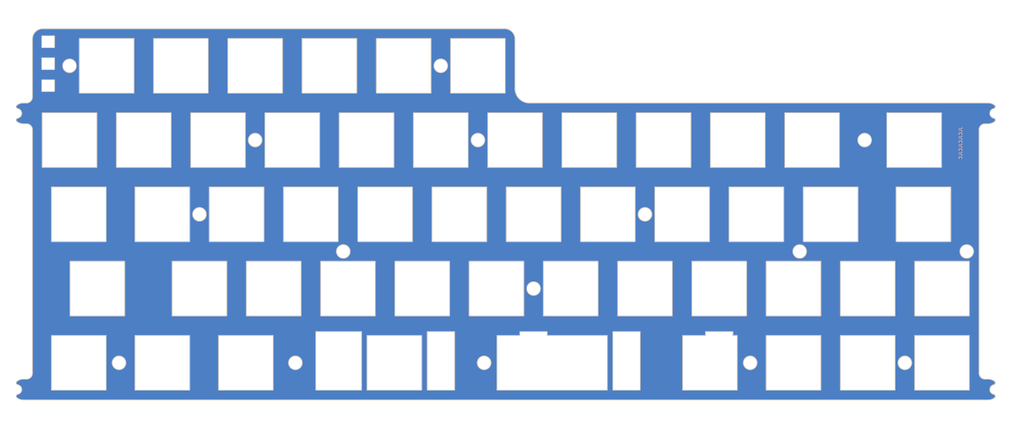
<source format=kicad_pcb>
(kicad_pcb (version 20240108) (generator "pcbnew") (generator_version "8.0")
  (layers (0 "F.Cu" signal) (31 "B.Cu" signal) (34 "B.Paste" user) (35 "F.Paste" user) (36 "B.SilkS" user "B.Silkscreen") (37 "F.SilkS" user "F.Silkscreen") (38 "B.Mask" user) (39 "F.Mask" user) (44 "Edge.Cuts" user))
  (net 0 "")
  (net 1 "GND")
  (gr_line (start 67.6125 48.275) (end 81.6125 48.275) (stroke (width 0.2)) (layer "Edge.Cuts"))
  (gr_line (start 91.425 67.325) (end 105.425 67.325) (stroke (width 0.2)) (layer "Edge.Cuts"))
  (gr_arc (start 273.842447 36.536396) (mid 273.068232 36.955194) (end 272.2 37.1) (stroke (width 0.2)) (layer "Edge.Cuts"))
  (gr_line (start 246.20625 34.275) (end 246.20625 48.275) (stroke (width 0.2)) (layer "Edge.Cuts"))
  (gr_line (start 260.20625 48.275) (end 260.20625 34.275) (stroke (width 0.2)) (layer "Edge.Cuts"))
  (gr_line (start 105.425 67.325) (end 105.425 53.325) (stroke (width 0.2)) (layer "Edge.Cuts"))
  (gr_arc (start 273.842447 32.313604) (mid 274.021878 32.823626) (end 273.632463 33.198755) (stroke (width 0.2)) (layer "Edge.Cuts"))
  (gr_line (start 53.0375 15.225) (end 53.0375 29.225) (stroke (width 0.2)) (layer "Edge.Cuts"))
  (gr_line (start 88.75625 91.425) (end 74.75625 91.425) (stroke (width 0.2)) (layer "Edge.Cuts"))
  (gr_arc (start 273.842447 107.386396) (mid 273.068232 107.805194) (end 272.2 107.95) (stroke (width 0.2)) (layer "Edge.Cuts"))
  (gr_line (start 246.20625 48.275) (end 260.20625 48.275) (stroke (width 0.2)) (layer "Edge.Cuts"))
  (gr_line (start 100.95 86.375) (end 114.95 86.375) (stroke (width 0.2)) (layer "Edge.Cuts"))
  (gr_line (start 152.04325 91.425) (end 146.19375 91.425) (stroke (width 0.2)) (layer "Edge.Cuts"))
  (gr_line (start 126.85625 105.425) (end 126.85625 91.425) (stroke (width 0.2)) (layer "Edge.Cuts"))
  (gr_line (start 100.6625 34.275) (end 86.6625 34.275) (stroke (width 0.2)) (layer "Edge.Cuts"))
  (gr_line (start 31.89375 67.325) (end 45.89375 67.325) (stroke (width 0.2)) (layer "Edge.Cuts"))
  (gr_arc (start 148.1375 12.7) (mid 150.029011 13.483489) (end 150.8125 15.375) (stroke (width 0.2)) (layer "Edge.Cuts"))
  (gr_line (start 105.7125 34.275) (end 105.7125 48.275) (stroke (width 0.2)) (layer "Edge.Cuts"))
  (gr_line (start 159.04325 91.425) (end 159.04325 90.425) (stroke (width 0.2)) (layer "Edge.Cuts"))
  (gr_line (start 134.2875 15.225) (end 148.2875 15.225) (stroke (width 0.2)) (layer "Edge.Cuts"))
  (gr_line (start 215.25 72.375) (end 215.25 86.375) (stroke (width 0.2)) (layer "Edge.Cuts"))
  (gr_line (start 148.2875 29.225) (end 134.2875 29.225) (stroke (width 0.2)) (layer "Edge.Cuts"))
  (gr_arc (start 23.020053 103.163604) (mid 23.794269 102.744814) (end 24.6625 102.6) (stroke (width 0.2)) (layer "Edge.Cuts"))
  (gr_arc (start 23.230037 33.198755) (mid 24.2375 34.425) (end 23.230037 35.651245) (stroke (width 0.2)) (layer "Edge.Cuts"))
  (gr_line (start 31.89375 53.325) (end 31.89375 67.325) (stroke (width 0.2)) (layer "Edge.Cuts"))
  (gr_line (start 58.0875 15.225) (end 72.0875 15.225) (stroke (width 0.2)) (layer "Edge.Cuts"))
  (gr_line (start 105.425 53.325) (end 91.425 53.325) (stroke (width 0.2)) (layer "Edge.Cuts"))
  (gr_line (start 181.625 53.325) (end 167.625 53.325) (stroke (width 0.2)) (layer "Edge.Cuts"))
  (gr_line (start 111.41825 105.425) (end 99.69375 105.425) (stroke (width 0.2)) (layer "Edge.Cuts"))
  (gr_line (start 271.375 37.1) (end 272.2 37.1) (stroke (width 0.2)) (layer "Edge.Cuts"))
  (gr_line (start 43.5125 34.275) (end 29.5125 34.275) (stroke (width 0.2)) (layer "Edge.Cuts"))
  (gr_line (start 176.8625 48.275) (end 176.8625 34.275) (stroke (width 0.2)) (layer "Edge.Cuts"))
  (gr_line (start 88.75625 105.425) (end 88.75625 91.425) (stroke (width 0.2)) (layer "Edge.Cuts"))
  (gr_arc (start 23.230037 104.048755) (mid 22.840585 103.673662) (end 23.020053 103.163604) (stroke (width 0.2)) (layer "Edge.Cuts"))
  (gr_rect (start 29.374428 25.794716) (end 32.650572 28.802786) (stroke (width 0.1)) (fill none) (layer "Edge.Cuts"))
  (gr_line (start 114.95 86.375) (end 114.95 72.375) (stroke (width 0.2)) (layer "Edge.Cuts"))
  (gr_line (start 267.35 105.425) (end 267.35 91.425) (stroke (width 0.2)) (layer "Edge.Cuts"))
  (gr_arc (start 271.375 102.6) (mid 270.31434 102.16066) (end 269.875 101.1) (stroke (width 0.2)) (layer "Edge.Cuts"))
  (gr_line (start 248.3 72.375) (end 234.3 72.375) (stroke (width 0.2)) (layer "Edge.Cuts"))
  (gr_arc (start 273.632463 35.651245) (mid 274.021957 36.026355) (end 273.842447 36.536396) (stroke (width 0.2)) (layer "Edge.Cuts"))
  (gr_line (start 72.375 53.325) (end 72.375 67.325) (stroke (width 0.2)) (layer "Edge.Cuts"))
  (gr_line (start 86.6625 34.275) (end 86.6625 48.275) (stroke (width 0.2)) (layer "Edge.Cuts"))
  (gr_line (start 200.675 53.325) (end 186.675 53.325) (stroke (width 0.2)) (layer "Edge.Cuts"))
  (gr_line (start 159.04325 90.425) (end 152.04325 90.425) (stroke (width 0.2)) (layer "Edge.Cuts"))
  (gr_circle (center 266.7 69.85) (end 264.95 69.85) (stroke (width 0.2)) (fill none) (layer "Edge.Cuts"))
  (gr_line (start 53.325 53.325) (end 53.325 67.325) (stroke (width 0.2)) (layer "Edge.Cuts"))
  (gr_line (start 174.48125 105.425) (end 174.48125 91.425) (stroke (width 0.2)) (layer "Edge.Cuts"))
  (gr_arc (start 273.632463 106.501245) (mid 274.021957 106.876355) (end 273.842447 107.386396) (stroke (width 0.2)) (layer "Edge.Cuts"))
  (gr_line (start 124.475 53.325) (end 110.475 53.325) (stroke (width 0.2)) (layer "Edge.Cuts"))
  (gr_line (start 26.9875 38.6) (end 26.9875 101.1) (stroke (width 0.2)) (layer "Edge.Cuts"))
  (gr_line (start 128.29425 90.425) (end 128.29425 105.425) (stroke (width 0.2)) (layer "Edge.Cuts"))
  (gr_line (start 95.9 72.375) (end 81.9 72.375) (stroke (width 0.2)) (layer "Edge.Cuts"))
  (gr_line (start 167.625 67.325) (end 181.625 67.325) (stroke (width 0.2)) (layer "Edge.Cuts"))
  (gr_line (start 110.1875 29.225) (end 96.1875 29.225) (stroke (width 0.2)) (layer "Edge.Cuts"))
  (gr_line (start 74.75625 91.425) (end 74.75625 105.425) (stroke (width 0.2)) (layer "Edge.Cuts"))
  (gr_line (start 67.325 105.425) (end 53.325 105.425) (stroke (width 0.2)) (layer "Edge.Cuts"))
  (gr_line (start 267.35 105.425) (end 253.35 105.425) (stroke (width 0.2)) (layer "Edge.Cuts"))
  (gr_arc (start 154.4875 31.75) (mid 151.888883 30.673617) (end 150.8125 28.075) (stroke (width 0.2)) (layer "Edge.Cuts"))
  (gr_line (start 100.6625 48.275) (end 100.6625 34.275) (stroke (width 0.2)) (layer "Edge.Cuts"))
  (gr_line (start 272.2 31.75) (end 154.4875 31.75) (stroke (width 0.2)) (layer "Edge.Cuts"))
  (gr_line (start 248.5875 67.325) (end 262.5875 67.325) (stroke (width 0.2)) (layer "Edge.Cuts"))
  (gr_line (start 224.775 67.325) (end 238.775 67.325) (stroke (width 0.2)) (layer "Edge.Cuts"))
  (gr_line (start 200.9625 48.275) (end 214.9625 48.275) (stroke (width 0.2)) (layer "Edge.Cuts"))
  (gr_line (start 207.81875 105.425) (end 193.81875 105.425) (stroke (width 0.2)) (layer "Edge.Cuts"))
  (gr_circle (center 106.744954 69.85) (end 108.494954 69.85) (stroke (width 0.2)) (fill none) (layer "Edge.Cuts"))
  (gr_line (start 62.5625 48.275) (end 62.5625 34.275) (stroke (width 0.2)) (layer "Edge.Cuts"))
  (gr_line (start 67.325 91.425) (end 53.325 91.425) (stroke (width 0.2)) (layer "Edge.Cuts"))
  (gr_line (start 86.375 53.325) (end 72.375 53.325) (stroke (width 0.2)) (layer "Edge.Cuts"))
  (gr_line (start 143.8125 48.275) (end 157.8125 48.275) (stroke (width 0.2)) (layer "Edge.Cuts"))
  (gr_circle (center 69.85 60.325) (end 68.1 60.325) (stroke (width 0.2)) (fill none) (layer "Edge.Cuts"))
  (gr_line (start 48.5625 34.275) (end 48.5625 48.275) (stroke (width 0.2)) (layer "Edge.Cuts"))
  (gr_line (start 100.95 72.375) (end 114.95 72.375) (stroke (width 0.2)) (layer "Edge.Cuts"))
  (gr_circle (center 240.50625 41.275) (end 238.75625 41.275) (stroke (width 0.2)) (fill none) (layer "Edge.Cuts"))
  (gr_line (start 229.25 72.375) (end 215.25 72.375) (stroke (width 0.2)) (layer "Edge.Cuts"))
  (gr_line (start 210.2 72.375) (end 196.2 72.375) (stroke (width 0.2)) (layer "Edge.Cuts"))
  (gr_line (start 39.0375 29.225) (end 39.0375 15.225) (stroke (width 0.2)) (layer "Edge.Cuts"))
  (gr_line (start 86.375 67.325) (end 86.375 53.325) (stroke (width 0.2)) (layer "Edge.Cuts"))
  (gr_line (start 220.0125 34.275) (end 220.0125 48.275) (stroke (width 0.2)) (layer "Edge.Cuts"))
  (gr_line (start 115.2375 15.225) (end 129.2375 15.225) (stroke (width 0.2)) (layer "Edge.Cuts"))
  (gr_line (start 262.5875 53.325) (end 248.5875 53.325) (stroke (width 0.2)) (layer "Edge.Cuts"))
  (gr_arc (start 272.2 102.6) (mid 273.068232 102.744817) (end 273.842447 103.163604) (stroke (width 0.2)) (layer "Edge.Cuts"))
  (gr_line (start 219.725 53.325) (end 205.725 53.325) (stroke (width 0.2)) (layer "Edge.Cuts"))
  (gr_line (start 248.3 105.425) (end 234.3 105.425) (stroke (width 0.2)) (layer "Edge.Cuts"))
  (gr_line (start 182.91925 90.425) (end 175.91925 90.425) (stroke (width 0.2)) (layer "Edge.Cuts"))
  (gr_line (start 158.1 72.375) (end 158.1 86.375) (stroke (width 0.2)) (layer "Edge.Cuts"))
  (gr_line (start 110.1875 15.225) (end 110.1875 29.225) (stroke (width 0.2)) (layer "Edge.Cuts"))
  (gr_line (start 81.6125 34.275) (end 67.6125 34.275) (stroke (width 0.2)) (layer "Edge.Cuts"))
  (gr_line (start 138.7625 48.275) (end 138.7625 34.275) (stroke (width 0.2)) (layer "Edge.Cuts"))
  (gr_line (start 214.9625 48.275) (end 214.9625 34.275) (stroke (width 0.2)) (layer "Edge.Cuts"))
  (gr_line (start 186.675 67.325) (end 200.675 67.325) (stroke (width 0.2)) (layer "Edge.Cuts"))
  (gr_line (start 67.325 105.425) (end 67.325 91.425) (stroke (width 0.2)) (layer "Edge.Cuts"))
  (gr_line (start 100.95 72.375) (end 100.95 86.375) (stroke (width 0.2)) (layer "Edge.Cuts"))
  (gr_line (start 111.41825 90.425) (end 99.69375 90.425) (stroke (width 0.2)) (layer "Edge.Cuts"))
  (gr_line (start 53.325 67.325) (end 67.325 67.325) (stroke (width 0.2)) (layer "Edge.Cuts"))
  (gr_line (start 238.775 67.325) (end 238.775 53.325) (stroke (width 0.2)) (layer "Edge.Cuts"))
  (gr_line (start 77.1375 15.225) (end 91.1375 15.225) (stroke (width 0.2)) (layer "Edge.Cuts"))
  (gr_line (start 234.0125 34.275) (end 220.0125 34.275) (stroke (width 0.2)) (layer "Edge.Cuts"))
  (gr_line (start 129.525 67.325) (end 143.525 67.325) (stroke (width 0.2)) (layer "Edge.Cuts"))
  (gr_line (start 77.1375 29.225) (end 77.1375 15.225) (stroke (width 0.2)) (layer "Edge.Cuts"))
  (gr_line (start 229.25 105.425) (end 215.25 105.425) (stroke (width 0.2)) (layer "Edge.Cuts"))
  (gr_line (start 177.15 86.375) (end 191.15 86.375) (stroke (width 0.2)) (layer "Edge.Cuts"))
  (gr_line (start 191.15 86.375) (end 191.15 72.375) (stroke (width 0.2)) (layer "Edge.Cuts"))
  (gr_line (start 36.65625 86.375) (end 50.65625 86.375) (stroke (width 0.2)) (layer "Edge.Cuts"))
  (gr_arc (start 26.9875 15.375) (mid 27.770989 13.483489) (end 29.6625 12.7) (stroke (width 0.2)) (layer "Edge.Cuts"))
  (gr_line (start 205.725 67.325) (end 219.725 67.325) (stroke (width 0.2)) (layer "Edge.Cuts"))
  (gr_line (start 219.725 67.325) (end 219.725 53.325) (stroke (width 0.2)) (layer "Edge.Cuts"))
  (gr_line (start 124.7625 48.275) (end 138.7625 48.275) (stroke (width 0.2)) (layer "Edge.Cuts"))
  (gr_line (start 199.69375 90.425) (end 199.69375 91.425) (stroke (width 0.2)) (layer "Edge.Cuts"))
  (gr_line (start 119.7125 48.275) (end 119.7125 34.275) (stroke (width 0.2)) (layer "Edge.Cuts"))
  (gr_line (start 76.85 72.375) (end 62.85 72.375) (stroke (width 0.2)) (layer "Edge.Cuts"))
  (gr_arc (start 269.875 38.6) (mid 270.314369 37.539369) (end 271.375 37.1) (stroke (width 0.2)) (layer "Edge.Cuts"))
  (gr_line (start 162.8625 48.275) (end 176.8625 48.275) (stroke (width 0.2)) (layer "Edge.Cuts"))
  (gr_line (start 26.9875 15.375) (end 26.9875 30.25) (stroke (width 0.2)) (layer "Edge.Cuts"))
  (gr_line (start 253.35 72.375) (end 253.35 86.375) (stroke (width 0.2)) (layer "Edge.Cuts"))
  (gr_line (start 234.3 72.375) (end 234.3 86.375) (stroke (width 0.2)) (layer "Edge.Cuts"))
  (gr_line (start 88.75625 105.425) (end 74.75625 105.425) (stroke (width 0.2)) (layer "Edge.Cuts"))
  (gr_line (start 50.65625 72.375) (end 36.65625 72.375) (stroke (width 0.2)) (layer "Edge.Cuts"))
  (gr_circle (center 184.15 60.325) (end 182.4 60.325) (stroke (width 0.2)) (fill none) (layer "Edge.Cuts"))
  (gr_line (start 110.475 67.325) (end 124.475 67.325) (stroke (width 0.2)) (layer "Edge.Cuts"))
  (gr_line (start 248.5875 53.325) (end 248.5875 67.325) (stroke (width 0.2)) (layer "Edge.Cuts"))
  (gr_line (start 81.6125 48.275) (end 81.6125 34.275) (stroke (width 0.2)) (layer "Edge.Cuts"))
  (gr_line (start 72.0875 29.225) (end 58.0875 29.225) (stroke (width 0.2)) (layer "Edge.Cuts"))
  (gr_line (start 138.7625 34.275) (end 124.7625 34.275) (stroke (width 0.2)) (layer "Edge.Cuts"))
  (gr_line (start 162.575 53.325) (end 148.575 53.325) (stroke (width 0.2)) (layer "Edge.Cuts"))
  (gr_line (start 196.2 86.375) (end 210.2 86.375) (stroke (width 0.2)) (layer "Edge.Cuts"))
  (gr_line (start 176.8625 34.275) (end 162.8625 34.275) (stroke (width 0.2)) (layer "Edge.Cuts"))
  (gr_line (start 234.3 86.375) (end 248.3 86.375) (stroke (width 0.2)) (layer "Edge.Cuts"))
  (gr_line (start 205.725 53.325) (end 205.725 67.325) (stroke (width 0.2)) (layer "Edge.Cuts"))
  (gr_line (start 269.875 101.1) (end 269.875 38.6) (stroke (width 0.2)) (layer "Edge.Cuts"))
  (gr_circle (center 223.8375 69.85) (end 222.0875 69.85) (stroke (width 0.2)) (fill none) (layer "Edge.Cuts"))
  (gr_rect (start 29.374428 14.529716) (end 32.650569 17.537786) (stroke (width 0.1)) (fill none) (layer "Edge.Cuts"))
  (gr_line (start 58.0875 29.225) (end 58.0875 15.225) (stroke (width 0.2)) (layer "Edge.Cuts"))
  (gr_line (start 62.85 72.375) (end 62.85 86.375) (stroke (width 0.2)) (layer "Edge.Cuts"))
  (gr_line (start 248.3 86.375) (end 248.3 72.375) (stroke (width 0.2)) (layer "Edge.Cuts"))
  (gr_line (start 25.4875 31.75) (end 24.6625 31.75) (stroke (width 0.2)) (layer "Edge.Cuts"))
  (gr_line (start 193.81875 91.425) (end 193.81875 105.425) (stroke (width 0.2)) (layer "Edge.Cuts"))
  (gr_arc (start 273.632463 35.651245) (mid 272.624919 34.425) (end 273.632463 33.198755) (stroke (width 0.2)) (layer "Edge.Cuts"))
  (gr_line (start 134 86.375) (end 134 72.375) (stroke (width 0.2)) (layer "Edge.Cuts"))
  (gr_line (start 124.475 67.325) (end 124.475 53.325) (stroke (width 0.2)) (layer "Edge.Cuts"))
  (gr_arc (start 26.9875 30.25) (mid 26.54816 31.31066) (end 25.4875 31.75) (stroke (width 0.2)) (layer "Edge.Cuts"))
  (gr_arc (start 25.4875 37.1) (mid 26.54817 37.53933) (end 26.9875 38.6) (stroke (width 0.2)) (layer "Edge.Cuts"))
  (gr_rect (start 29.368749 20.162216) (end 32.650571 23.170286) (stroke (width 0.1)) (fill none) (layer "Edge.Cuts"))
  (gr_circle (center 94.45625 98.425) (end 92.70625 98.425) (stroke (width 0.2)) (fill none) (layer "Edge.Cuts"))
  (gr_line (start 253.35 86.375) (end 267.35 86.375) (stroke (width 0.2)) (layer "Edge.Cuts"))
  (gr_line (start 129.525 53.325) (end 129.525 67.325) (stroke (width 0.2)) (layer "Edge.Cuts"))
  (gr_line (start 53.0375 29.225) (end 39.0375 29.225) (stroke (width 0.2)) (layer "Edge.Cuts"))
  (gr_line (start 96.1875 15.225) (end 110.1875 15.225) (stroke (width 0.2)) (layer "Edge.Cuts"))
  (gr_line (start 167.625 53.325) (end 167.625 67.325) (stroke (width 0.2)) (layer "Edge.Cuts"))
  (gr_line (start 53.325 91.425) (end 53.325 105.425) (stroke (width 0.2)) (layer "Edge.Cuts"))
  (gr_line (start 210.2 86.375) (end 210.2 72.375) (stroke (width 0.2)) (layer "Edge.Cuts"))
  (gr_line (start 182.91925 105.425) (end 182.91925 90.425) (stroke (width 0.2)) (layer "Edge.Cuts"))
  (gr_line (start 148.575 67.325) (end 162.575 67.325) (stroke (width 0.2)) (layer "Edge.Cuts"))
  (gr_line (start 72.375 67.325) (end 86.375 67.325) (stroke (width 0.2)) (layer "Edge.Cuts"))
  (gr_line (start 175.91925 90.425) (end 175.91925 105.425) (stroke (width 0.2)) (layer "Edge.Cuts"))
  (gr_line (start 174.48125 91.425) (end 159.04325 91.425) (stroke (width 0.2)) (layer "Edge.Cuts"))
  (gr_line (start 214.9625 34.275) (end 200.9625 34.275) (stroke (width 0.2)) (layer "Edge.Cuts"))
  (gr_line (start 267.35 72.375) (end 253.35 72.375) (stroke (width 0.2)) (layer "Edge.Cuts"))
  (gr_arc (start 23.020053 36.536396) (mid 22.840543 36.026328) (end 23.230037 35.651245) (stroke (width 0.2)) (layer "Edge.Cuts"))
  (gr_arc (start 23.020053 107.386396) (mid 22.840543 106.876328) (end 23.230037 106.501245) (stroke (width 0.2)) (layer "Edge.Cuts"))
  (gr_line (start 91.425 53.325) (end 91.425 67.325) (stroke (width 0.2)) (layer "Edge.Cuts"))
  (gr_line (start 45.89375 105.425) (end 45.89375 91.425) (stroke (width 0.2)) (layer "Edge.Cuts"))
  (gr_line (start 224.775 53.325) (end 224.775 67.325) (stroke (width 0.2)) (layer "Edge.Cuts"))
  (gr_line (start 272.2 102.6) (end 271.375 102.6) (stroke (width 0.2)) (layer "Edge.Cuts"))
  (gr_line (start 248.3 91.425) (end 234.3 91.425) (stroke (width 0.2)) (layer "Edge.Cuts"))
  (gr_line (start 148.1375 12.7) (end 29.6625 12.7) (stroke (width 0.2)) (layer "Edge.Cuts"))
  (gr_line (start 191.15 72.375) (end 177.15 72.375) (stroke (width 0.2)) (layer "Edge.Cuts"))
  (gr_circle (center 141.2875 41.275) (end 139.5375 41.275) (stroke (width 0.2)) (fill none) (layer "Edge.Cuts"))
  (gr_line (start 200.675 67.325) (end 200.675 53.325) (stroke (width 0.2)) (layer "Edge.Cuts"))
  (gr_line (start 112.85625 91.425) (end 112.85625 105.425) (stroke (width 0.2)) (layer "Edge.Cuts"))
  (gr_line (start 150.8125 28.075) (end 150.8125 15.375) (stroke (width 0.2)) (layer "Edge.Cuts"))
  (gr_arc (start 23.230037 104.048755) (mid 24.2375 105.275) (end 23.230037 106.501245) (stroke (width 0.2)) (layer "Edge.Cuts"))
  (gr_line (start 229.25 91.425) (end 215.25 91.425) (stroke (width 0.2)) (layer "Edge.Cuts"))
  (gr_line (start 24.6625 107.95) (end 272.2 107.95) (stroke (width 0.2)) (layer "Edge.Cuts"))
  (gr_arc (start 24.6625 107.95) (mid 23.794273 107.805176) (end 23.020053 107.386396) (stroke (width 0.2)) (layer "Edge.Cuts"))
  (gr_line (start 262.5875 67.325) (end 262.5875 53.325) (stroke (width 0.2)) (layer "Edge.Cuts"))
  (gr_line (start 172.1 86.375) (end 172.1 72.375) (stroke (width 0.2)) (layer "Edge.Cuts"))
  (gr_line (start 220.0125 48.275) (end 234.0125 48.275) (stroke (width 0.2)) (layer "Edge.Cuts"))
  (gr_line (start 206.69375 91.425) (end 206.69375 90.425) (stroke (width 0.2)) (layer "Edge.Cuts"))
  (gr_circle (center 36.5125 22.225) (end 34.7625 22.225) (stroke (width 0.2)) (fill none) (layer "Edge.Cuts"))
  (gr_line (start 111.41825 105.425) (end 111.41825 90.425) (stroke (width 0.2)) (layer "Edge.Cuts"))
  (gr_line (start 126.85625 105.425) (end 112.85625 105.425) (stroke (width 0.2)) (layer "Edge.Cuts"))
  (gr_line (start 76.85 86.375) (end 76.85 72.375) (stroke (width 0.2)) (layer "Edge.Cuts"))
  (gr_line (start 181.625 67.325) (end 181.625 53.325) (stroke (width 0.2)) (layer "Edge.Cuts"))
  (gr_line (start 260.20625 34.275) (end 246.20625 34.275) (stroke (width 0.2)) (layer "Edge.Cuts"))
  (gr_line (start 172.1 72.375) (end 158.1 72.375) (stroke (width 0.2)) (layer "Edge.Cuts"))
  (gr_line (start 143.525 67.325) (end 143.525 53.325) (stroke (width 0.2)) (layer "Edge.Cuts"))
  (gr_line (start 43.5125 48.275) (end 43.5125 34.275) (stroke (width 0.2)) (layer "Edge.Cuts"))
  (gr_line (start 45.89375 91.425) (end 31.89375 91.425) (stroke (width 0.2)) (layer "Edge.Cuts"))
  (gr_line (start 238.775 53.325) (end 224.775 53.325) (stroke (width 0.2)) (layer "Edge.Cuts"))
  (gr_line (start 206.69375 90.425) (end 199.69375 90.425) (stroke (width 0.2)) (layer "Edge.Cuts"))
  (gr_line (start 215.25 91.425) (end 215.25 105.425) (stroke (width 0.2)) (layer "Edge.Cuts"))
  (gr_line (start 81.9 72.375) (end 81.9 86.375) (stroke (width 0.2)) (layer "Edge.Cuts"))
  (gr_line (start 86.6625 48.275) (end 100.6625 48.275) (stroke (width 0.2)) (layer "Edge.Cuts"))
  (gr_line (start 174.48125 105.425) (end 146.19375 105.425) (stroke (width 0.2)) (layer "Edge.Cuts"))
  (gr_line (start 143.8125 34.275) (end 143.8125 48.275) (stroke (width 0.2)) (layer "Edge.Cuts"))
  (gr_line (start 91.1375 29.225) (end 91.1375 15.225) (stroke (width 0.2)) (layer "Edge.Cuts"))
  (gr_line (start 148.575 53.325) (end 148.575 67.325) (stroke (width 0.2)) (layer "Edge.Cuts"))
  (gr_line (start 50.65625 86.375) (end 50.65625 72.375) (stroke (width 0.2)) (layer "Edge.Cuts"))
  (gr_line (start 215.25 86.375) (end 229.25 86.375) (stroke (width 0.2)) (layer "Edge.Cuts"))
  (gr_line (start 120 72.375) (end 120 86.375) (stroke (width 0.2)) (layer "Edge.Cuts"))
  (gr_line (start 45.89375 67.325) (end 45.89375 53.325) (stroke (width 0.2)) (layer "Edge.Cuts"))
  (gr_line (start 267.35 86.375) (end 267.35 72.375) (stroke (width 0.2)) (layer "Edge.Cuts"))
  (gr_arc (start 24.6625 37.1) (mid 23.794273 36.955176) (end 23.020053 36.536396) (stroke (width 0.2)) (layer "Edge.Cuts"))
  (gr_circle (center 155.575 79.375) (end 153.825 79.375) (stroke (width 0.2)) (fill none) (layer "Edge.Cuts"))
  (gr_line (start 196.2 72.375) (end 196.2 86.375) (stroke (width 0.2)) (layer "Edge.Cuts"))
  (gr_line (start 25.4875 102.6) (end 24.6625 102.6) (stroke (width 0.2)) (layer "Edge.Cuts"))
  (gr_line (start 234.0125 48.275) (end 234.0125 34.275) (stroke (width 0.2)) (layer "Edge.Cuts"))
  (gr_line (start 139.05 86.375) (end 153.05 86.375) (stroke (width 0.2)) (layer "Edge.Cuts"))
  (gr_line (start 72.0875 15.225) (end 72.0875 29.225) (stroke (width 0.2)) (layer "Edge.Cuts"))
  (gr_circle (center 250.825 98.425) (end 249.075 98.425) (stroke (width 0.2)) (fill none) (layer "Edge.Cuts"))
  (gr_line (start 229.25 105.425) (end 229.25 91.425) (stroke (width 0.2)) (layer "Edge.Cuts"))
  (gr_line (start 200.9625 34.275) (end 200.9625 48.275) (stroke (width 0.2)) (layer "Edge.Cuts"))
  (gr_line (start 181.9125 48.275) (end 195.9125 48.275) (stroke (width 0.2)) (layer "Edge.Cuts"))
  (gr_line (start 129.2375 15.225) (end 129.2375 29.225) (stroke (width 0.2)) (layer "Edge.Cuts"))
  (gr_line (start 95.9 86.375) (end 95.9 72.375) (stroke (width 0.2)) (layer "Edge.Cuts"))
  (gr_line (start 181.9125 34.275) (end 181.9125 48.275) (stroke (width 0.2)) (layer "Edge.Cuts"))
  (gr_arc (start 23.230037 33.198755) (mid 22.840585 32.823662) (end 23.020053 32.313604) (stroke (width 0.2)) (layer "Edge.Cuts"))
  (gr_line (start 105.7125 48.275) (end 119.7125 48.275) (stroke (width 0.2)) (layer "Edge.Cuts"))
  (gr_line (start 182.91925 105.425) (end 175.91925 105.425) (stroke (width 0.2)) (layer "Edge.Cuts"))
  (gr_line (start 158.1 86.375) (end 172.1 86.375) (stroke (width 0.2)) (layer "Edge.Cuts"))
  (gr_line (start 207.81875 91.425) (end 206.69375 91.425) (stroke (width 0.2)) (layer "Edge.Cuts"))
  (gr_line (start 135.29425 105.425) (end 128.29425 105.425) (stroke (width 0.2)) (layer "Edge.Cuts"))
  (gr_line (start 162.8625 34.275) (end 162.8625 48.275) (stroke (width 0.2)) (layer "Edge.Cuts"))
  (gr_circle (center 49.2125 98.425) (end 47.4625 98.425) (stroke (width 0.2)) (fill none) (layer "Edge.Cuts"))
  (gr_arc (start 273.632463 106.501245) (mid 272.624919 105.275) (end 273.632463 104.048755) (stroke (width 0.2)) (layer "Edge.Cuts"))
  (gr_line (start 148.2875 15.225) (end 148.2875 29.225) (stroke (width 0.2)) (layer "Edge.Cuts"))
  (gr_line (start 119.7125 34.275) (end 105.7125 34.275) (stroke (width 0.2)) (layer "Edge.Cuts"))
  (gr_line (start 62.5625 34.275) (end 48.5625 34.275) (stroke (width 0.2)) (layer "Edge.Cuts"))
  (gr_line (start 267.35 91.425) (end 253.35 91.425) (stroke (width 0.2)) (layer "Edge.Cuts"))
  (gr_line (start 67.325 53.325) (end 53.325 53.325) (stroke (width 0.2)) (layer "Edge.Cuts"))
  (gr_arc (start 273.842447 103.163604) (mid 274.021878 103.673626) (end 273.632463 104.048755) (stroke (width 0.2)) (layer "Edge.Cuts"))
  (gr_line (start 99.69375 90.425) (end 99.69375 105.425) (stroke (width 0.2)) (layer "Edge.Cuts"))
  (gr_line (start 195.9125 34.275) (end 181.9125 34.275) (stroke (width 0.2)) (layer "Edge.Cuts"))
  (gr_line (start 48.5625 48.275) (end 62.5625 48.275) (stroke (width 0.2)) (layer "Edge.Cuts"))
  (gr_arc (start 272.2 31.75) (mid 273.068232 31.894817) (end 273.842447 32.313604) (stroke (width 0.2)) (layer "Edge.Cuts"))
  (gr_line (start 39.0375 15.225) (end 53.0375 15.225) (stroke (width 0.2)) (layer "Edge.Cuts"))
  (gr_line (start 62.85 86.375) (end 76.85 86.375) (stroke (width 0.2)) (layer "Edge.Cuts"))
  (gr_line (start 153.05 72.375) (end 139.05 72.375) (stroke (width 0.2)) (layer "Edge.Cuts"))
  (gr_line (start 45.89375 105.425) (end 31.89375 105.425) (stroke (width 0.2)) (layer "Edge.Cuts"))
  (gr_line (start 195.9125 48.275) (end 195.9125 34.275) (stroke (width 0.2)) (layer "Edge.Cuts"))
  (gr_line (start 24.6625 37.1) (end 25.4875 37.1) (stroke (width 0.2)) (layer "Edge.Cuts"))
  (gr_circle (center 84.1375 41.275) (end 82.3875 41.275) (stroke (width 0.2)) (fill none) (layer "Edge.Cuts"))
  (gr_circle (center 131.7625 22.21875) (end 130.0125 22.21875) (stroke (width 0.2)) (fill none) (layer "Edge.Cuts"))
  (gr_line (start 134 72.375) (end 120 72.375) (stroke (width 0.2)) (layer "Edge.Cuts"))
  (gr_line (start 135.29425 105.425) (end 135.29425 90.425) (stroke (width 0.2)) (layer "Edge.Cuts"))
  (gr_line (start 81.9 86.375) (end 95.9 86.375) (stroke (width 0.2)) (layer "Edge.Cuts"))
  (gr_line (start 248.3 105.425) (end 248.3 91.425) (stroke (width 0.2)) (layer "Edge.Cuts"))
  (gr_line (start 253.35 91.425) (end 253.35 105.425) (stroke (width 0.2)) (layer "Edge.Cuts"))
  (gr_line (start 129.2375 29.225) (end 115.2375 29.225) (stroke (width 0.2)) (layer "Edge.Cuts"))
  (gr_line (start 152.04325 90.425) (end 152.04325 91.425) (stroke (width 0.2)) (layer "Edge.Cuts"))
  (gr_line (start 31.89375 91.425) (end 31.89375 105.425) (stroke (width 0.2)) (layer "Edge.Cuts"))
  (gr_line (start 143.525 53.325) (end 129.525 53.325) (stroke (width 0.2)) (layer "Edge.Cuts"))
  (gr_line (start 207.81875 105.425) (end 207.81875 91.425) (stroke (width 0.2)) (layer "Edge.Cuts"))
  (gr_line (start 45.89375 53.325) (end 31.89375 53.325) (stroke (width 0.2)) (layer "Edge.Cuts"))
  (gr_line (start 120 86.375) (end 134 86.375) (stroke (width 0.2)) (layer "Edge.Cuts"))
  (gr_line (start 67.325 67.325) (end 67.325 53.325) (stroke (width 0.2)) (layer "Edge.Cuts"))
  (gr_arc (start 26.9875 101.1) (mid 26.54816 102.16066) (end 25.4875 102.6) (stroke (width 0.2)) (layer "Edge.Cuts"))
  (gr_line (start 29.5125 48.275) (end 43.5125 48.275) (stroke (width 0.2)) (layer "Edge.Cuts"))
  (gr_circle (center 142.875 98.425) (end 141.125 98.425) (stroke (width 0.2)) (fill none) (layer "Edge.Cuts"))
  (gr_line (start 135.29425 90.425) (end 128.29425 90.425) (stroke (width 0.2)) (layer "Edge.Cuts"))
  (gr_line (start 199.69375 91.425) (end 193.81875 91.425) (stroke (width 0.2)) (layer "Edge.Cuts"))
  (gr_line (start 115.2375 29.225) (end 115.2375 15.225) (stroke (width 0.2)) (layer "Edge.Cuts"))
  (gr_line (start 110.475 53.325) (end 110.475 67.325) (stroke (width 0.2)) (layer "Edge.Cuts"))
  (gr_line (start 139.05 72.375) (end 139.05 86.375) (stroke (width 0.2)) (layer "Edge.Cuts"))
  (gr_line (start 162.575 67.325) (end 162.575 53.325) (stroke (width 0.2)) (layer "Edge.Cuts"))
  (gr_arc (start 23.020053 32.313604) (mid 23.794269 31.894814) (end 24.6625 31.75) (stroke (width 0.2)) (layer "Edge.Cuts"))
  (gr_line (start 36.65625 72.375) (end 36.65625 86.375) (stroke (width 0.2)) (layer "Edge.Cuts"))
  (gr_line (start 157.8125 48.275) (end 157.8125 34.275) (stroke (width 0.2)) (layer "Edge.Cuts"))
  (gr_circle (center 211.1375 98.425) (end 209.3875 98.425) (stroke (width 0.2)) (fill none) (layer "Edge.Cuts"))
  (gr_line (start 146.19375 91.425) (end 146.19375 105.425) (stroke (width 0.2)) (layer "Edge.Cuts"))
  (gr_line (start 67.6125 34.275) (end 67.6125 48.275) (stroke (width 0.2)) (layer "Edge.Cuts"))
  (gr_line (start 153.05 86.375) (end 153.05 72.375) (stroke (width 0.2)) (layer "Edge.Cuts"))
  (gr_line (start 229.25 86.375) (end 229.25 72.375) (stroke (width 0.2)) (layer "Edge.Cuts"))
  (gr_line (start 157.8125 34.275) (end 143.8125 34.275) (stroke (width 0.2)) (layer "Edge.Cuts"))
  (gr_line (start 186.675 53.325) (end 186.675 67.325) (stroke (width 0.2)) (layer "Edge.Cuts"))
  (gr_line (start 234.3 91.425) (end 234.3 105.425) (stroke (width 0.2)) (layer "Edge.Cuts"))
  (gr_line (start 126.85625 91.425) (end 112.85625 91.425) (stroke (width 0.2)) (layer "Edge.Cuts"))
  (gr_line (start 91.1375 29.225) (end 77.1375 29.225) (stroke (width 0.2)) (layer "Edge.Cuts"))
  (gr_line (start 124.7625 34.275) (end 124.7625 48.275) (stroke (width 0.2)) (layer "Edge.Cuts"))
  (gr_line (start 96.1875 29.225) (end 96.1875 15.225) (stroke (width 0.2)) (layer "Edge.Cuts"))
  (gr_line (start 134.2875 29.225) (end 134.2875 15.225) (stroke (width 0.2)) (layer "Edge.Cuts"))
  (gr_line (start 177.15 72.375) (end 177.15 86.375) (stroke (width 0.2)) (layer "Edge.Cuts"))
  (gr_line (start 29.5125 48.275) (end 29.5125 34.275) (stroke (width 0.2)) (layer "Edge.Cuts"))
  (gr_text "JLCJLCJLCJLC" (at 265.1125 42.06875 90) (layer "B.SilkS") (effects (font (size 0.8 0.8)) (justify mirror)))
  (zone (net 1) (net_name "GND") (layers "F&B.Cu") (connect_pads (clearance 0)) (min_thickness 0.025) (fill yes (thermal_gap 0.2) (thermal_bridge_width 0.2) (island_removal_mode 1) (island_area_min 10))
    (polygon (pts (xy 277.437966 5.338128) (xy 18.675466 7.719378) (xy 22.644216 117.256878) (xy 281.406716 114.875628)))
  )
)
</source>
